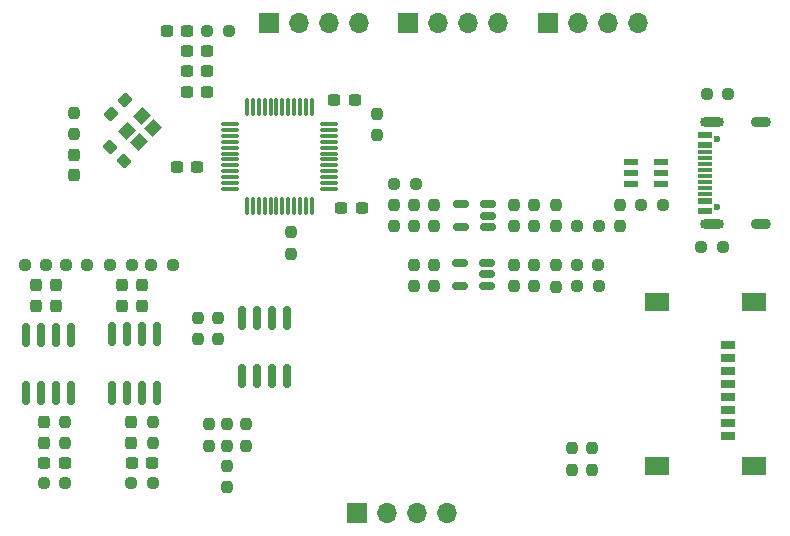
<source format=gbr>
%TF.GenerationSoftware,KiCad,Pcbnew,(6.0.4)*%
%TF.CreationDate,2023-01-30T14:26:25+01:00*%
%TF.ProjectId,Apollo - DSP,41706f6c-6c6f-4202-9d20-4453502e6b69,rev?*%
%TF.SameCoordinates,Original*%
%TF.FileFunction,Soldermask,Top*%
%TF.FilePolarity,Negative*%
%FSLAX46Y46*%
G04 Gerber Fmt 4.6, Leading zero omitted, Abs format (unit mm)*
G04 Created by KiCad (PCBNEW (6.0.4)) date 2023-01-30 14:26:25*
%MOMM*%
%LPD*%
G01*
G04 APERTURE LIST*
G04 Aperture macros list*
%AMRoundRect*
0 Rectangle with rounded corners*
0 $1 Rounding radius*
0 $2 $3 $4 $5 $6 $7 $8 $9 X,Y pos of 4 corners*
0 Add a 4 corners polygon primitive as box body*
4,1,4,$2,$3,$4,$5,$6,$7,$8,$9,$2,$3,0*
0 Add four circle primitives for the rounded corners*
1,1,$1+$1,$2,$3*
1,1,$1+$1,$4,$5*
1,1,$1+$1,$6,$7*
1,1,$1+$1,$8,$9*
0 Add four rect primitives between the rounded corners*
20,1,$1+$1,$2,$3,$4,$5,0*
20,1,$1+$1,$4,$5,$6,$7,0*
20,1,$1+$1,$6,$7,$8,$9,0*
20,1,$1+$1,$8,$9,$2,$3,0*%
%AMRotRect*
0 Rectangle, with rotation*
0 The origin of the aperture is its center*
0 $1 length*
0 $2 width*
0 $3 Rotation angle, in degrees counterclockwise*
0 Add horizontal line*
21,1,$1,$2,0,0,$3*%
G04 Aperture macros list end*
%ADD10RoundRect,0.237500X0.237500X-0.250000X0.237500X0.250000X-0.237500X0.250000X-0.237500X-0.250000X0*%
%ADD11RoundRect,0.237500X0.250000X0.237500X-0.250000X0.237500X-0.250000X-0.237500X0.250000X-0.237500X0*%
%ADD12RoundRect,0.237500X0.237500X-0.300000X0.237500X0.300000X-0.237500X0.300000X-0.237500X-0.300000X0*%
%ADD13RoundRect,0.237500X0.380070X-0.044194X-0.044194X0.380070X-0.380070X0.044194X0.044194X-0.380070X0*%
%ADD14RoundRect,0.237500X-0.237500X0.250000X-0.237500X-0.250000X0.237500X-0.250000X0.237500X0.250000X0*%
%ADD15RoundRect,0.237500X0.300000X0.237500X-0.300000X0.237500X-0.300000X-0.237500X0.300000X-0.237500X0*%
%ADD16RoundRect,0.237500X-0.250000X-0.237500X0.250000X-0.237500X0.250000X0.237500X-0.250000X0.237500X0*%
%ADD17RoundRect,0.237500X0.044194X0.380070X-0.380070X-0.044194X-0.044194X-0.380070X0.380070X0.044194X0*%
%ADD18RoundRect,0.150000X0.150000X-0.825000X0.150000X0.825000X-0.150000X0.825000X-0.150000X-0.825000X0*%
%ADD19RoundRect,0.237500X-0.300000X-0.237500X0.300000X-0.237500X0.300000X0.237500X-0.300000X0.237500X0*%
%ADD20C,0.600000*%
%ADD21R,1.160000X0.600000*%
%ADD22R,1.160000X0.300000*%
%ADD23O,1.700000X0.900000*%
%ADD24O,2.000000X0.900000*%
%ADD25R,1.700000X1.700000*%
%ADD26O,1.700000X1.700000*%
%ADD27RoundRect,0.150000X0.512500X0.150000X-0.512500X0.150000X-0.512500X-0.150000X0.512500X-0.150000X0*%
%ADD28RoundRect,0.041300X0.563700X0.253700X-0.563700X0.253700X-0.563700X-0.253700X0.563700X-0.253700X0*%
%ADD29RotRect,1.150000X1.000000X225.000000*%
%ADD30R,1.200000X0.800000*%
%ADD31R,2.000000X1.500000*%
%ADD32RoundRect,0.075000X-0.662500X-0.075000X0.662500X-0.075000X0.662500X0.075000X-0.662500X0.075000X0*%
%ADD33RoundRect,0.075000X-0.075000X-0.662500X0.075000X-0.662500X0.075000X0.662500X-0.075000X0.662500X0*%
%ADD34RoundRect,0.237500X0.237500X-0.287500X0.237500X0.287500X-0.237500X0.287500X-0.237500X-0.287500X0*%
G04 APERTURE END LIST*
D10*
%TO.C,C2*%
X103425000Y-98312500D03*
X103425000Y-96487500D03*
%TD*%
D11*
%TO.C,D1*%
X91537500Y-94712500D03*
X89712500Y-94712500D03*
%TD*%
D10*
%TO.C,C9*%
X103425000Y-103412500D03*
X103425000Y-101587500D03*
%TD*%
%TO.C,C1*%
X108825000Y-98312500D03*
X108825000Y-96487500D03*
%TD*%
D12*
%TO.C,C26*%
X67470000Y-116617500D03*
X67470000Y-114892500D03*
%TD*%
D13*
%TO.C,C21*%
X66833624Y-92796187D03*
X65613864Y-91576427D03*
%TD*%
D14*
%TO.C,C31*%
X104800000Y-117087500D03*
X104800000Y-118912500D03*
%TD*%
D11*
%TO.C,F1*%
X112437500Y-96500000D03*
X110612500Y-96500000D03*
%TD*%
D15*
%TO.C,C28*%
X61832500Y-118367500D03*
X60107500Y-118367500D03*
%TD*%
D10*
%TO.C,C23*%
X74000000Y-116912500D03*
X74000000Y-115087500D03*
%TD*%
D16*
%TO.C,R11*%
X60057500Y-120067500D03*
X61882500Y-120067500D03*
%TD*%
D11*
%TO.C,R8*%
X75725000Y-81800000D03*
X73900000Y-81800000D03*
%TD*%
%TO.C,FB1*%
X107037500Y-98300000D03*
X105212500Y-98300000D03*
%TD*%
D16*
%TO.C,D3*%
X65657500Y-101567500D03*
X67482500Y-101567500D03*
%TD*%
D14*
%TO.C,R1*%
X89725000Y-96500000D03*
X89725000Y-98325000D03*
%TD*%
D10*
%TO.C,C3*%
X101525000Y-98325000D03*
X101525000Y-96500000D03*
%TD*%
%TO.C,C12*%
X93125000Y-103400000D03*
X93125000Y-101575000D03*
%TD*%
D15*
%TO.C,C33*%
X69232500Y-118355000D03*
X67507500Y-118355000D03*
%TD*%
D10*
%TO.C,C7*%
X75600000Y-116912500D03*
X75600000Y-115087500D03*
%TD*%
D14*
%TO.C,C30*%
X106500000Y-117087500D03*
X106500000Y-118912500D03*
%TD*%
D17*
%TO.C,C20*%
X66933624Y-87576427D03*
X65713864Y-88796187D03*
%TD*%
D18*
%TO.C,U6*%
X58517500Y-112442500D03*
X59787500Y-112442500D03*
X61057500Y-112442500D03*
X62327500Y-112442500D03*
X62327500Y-107492500D03*
X61057500Y-107492500D03*
X59787500Y-107492500D03*
X58517500Y-107492500D03*
%TD*%
D19*
%TO.C,C14*%
X84637500Y-87600000D03*
X86362500Y-87600000D03*
%TD*%
D20*
%TO.C,J1*%
X117075000Y-90910000D03*
X117075000Y-96690000D03*
D21*
X116015000Y-97000000D03*
X116015000Y-96200000D03*
D22*
X116015000Y-95050000D03*
X116015000Y-94050000D03*
X116015000Y-93550000D03*
X116015000Y-92550000D03*
D21*
X116015000Y-91400000D03*
X116015000Y-90600000D03*
X116015000Y-90600000D03*
X116015000Y-91400000D03*
D22*
X116015000Y-92050000D03*
X116015000Y-93050000D03*
X116015000Y-94550000D03*
X116015000Y-95550000D03*
D21*
X116015000Y-96200000D03*
X116015000Y-97000000D03*
D23*
X120765000Y-89480000D03*
D24*
X116595000Y-89480000D03*
D23*
X120765000Y-98120000D03*
D24*
X116595000Y-98120000D03*
%TD*%
D15*
%TO.C,C17*%
X73862500Y-86900000D03*
X72137500Y-86900000D03*
%TD*%
%TO.C,C19*%
X73862500Y-85200000D03*
X72137500Y-85200000D03*
%TD*%
D14*
%TO.C,C35*%
X73080000Y-106060000D03*
X73080000Y-107885000D03*
%TD*%
D10*
%TO.C,C10*%
X99825000Y-103400000D03*
X99825000Y-101575000D03*
%TD*%
D25*
%TO.C,J5*%
X102700000Y-81100000D03*
D26*
X105240000Y-81100000D03*
X107780000Y-81100000D03*
X110320000Y-81100000D03*
%TD*%
D27*
%TO.C,U1*%
X97625000Y-98362500D03*
X97625000Y-97412500D03*
X97625000Y-96462500D03*
X95350000Y-96462500D03*
X95350000Y-98362500D03*
%TD*%
D10*
%TO.C,R5*%
X77200000Y-116912500D03*
X77200000Y-115087500D03*
%TD*%
D14*
%TO.C,R7*%
X62600000Y-88710000D03*
X62600000Y-90535000D03*
%TD*%
D10*
%TO.C,C11*%
X101525000Y-103400000D03*
X101525000Y-101575000D03*
%TD*%
D12*
%TO.C,C27*%
X60070000Y-116630000D03*
X60070000Y-114905000D03*
%TD*%
D25*
%TO.C,J6*%
X86600000Y-122600000D03*
D26*
X89140000Y-122600000D03*
X91680000Y-122600000D03*
X94220000Y-122600000D03*
%TD*%
D14*
%TO.C,R13*%
X88300000Y-88787500D03*
X88300000Y-90612500D03*
%TD*%
D16*
%TO.C,D6*%
X61922500Y-101567500D03*
X63747500Y-101567500D03*
%TD*%
D10*
%TO.C,C13*%
X91425000Y-103400000D03*
X91425000Y-101575000D03*
%TD*%
D12*
%TO.C,C29*%
X61122500Y-105030000D03*
X61122500Y-103305000D03*
%TD*%
D10*
%TO.C,C4*%
X99825000Y-98325000D03*
X99825000Y-96500000D03*
%TD*%
D28*
%TO.C,U2*%
X112280000Y-94750000D03*
X112280000Y-93800000D03*
X112280000Y-92850000D03*
X109770000Y-92850000D03*
X109770000Y-93800000D03*
X109770000Y-94750000D03*
%TD*%
D14*
%TO.C,R10*%
X61870000Y-114855000D03*
X61870000Y-116680000D03*
%TD*%
D16*
%TO.C,R12*%
X67457500Y-120055000D03*
X69282500Y-120055000D03*
%TD*%
D29*
%TO.C,Y1*%
X68347488Y-88972614D03*
X67110051Y-90210051D03*
X68100000Y-91200000D03*
X69337437Y-89962563D03*
%TD*%
D15*
%TO.C,C22*%
X72175000Y-81800000D03*
X70450000Y-81800000D03*
%TD*%
%TO.C,C15*%
X73062500Y-93300000D03*
X71337500Y-93300000D03*
%TD*%
D11*
%TO.C,R3*%
X118012500Y-87100000D03*
X116187500Y-87100000D03*
%TD*%
D12*
%TO.C,C25*%
X59422500Y-105030000D03*
X59422500Y-103305000D03*
%TD*%
D11*
%TO.C,R2*%
X117537500Y-100100000D03*
X115712500Y-100100000D03*
%TD*%
D14*
%TO.C,R6*%
X81000000Y-98797500D03*
X81000000Y-100622500D03*
%TD*%
D12*
%TO.C,C32*%
X68370000Y-105030000D03*
X68370000Y-103305000D03*
%TD*%
D11*
%TO.C,FB2*%
X107037500Y-103400000D03*
X105212500Y-103400000D03*
%TD*%
D16*
%TO.C,D4*%
X58422500Y-101567500D03*
X60247500Y-101567500D03*
%TD*%
D14*
%TO.C,R4*%
X75600000Y-118587500D03*
X75600000Y-120412500D03*
%TD*%
D30*
%TO.C,J3*%
X118000000Y-108400000D03*
X118000000Y-109500000D03*
X118000000Y-110600000D03*
X118000000Y-111700000D03*
X118000000Y-112800000D03*
X118000000Y-113900000D03*
X118000000Y-115000000D03*
X118000000Y-116100000D03*
D31*
X120200000Y-118570000D03*
X112000000Y-118570000D03*
X112000000Y-104680000D03*
X120200000Y-104680000D03*
%TD*%
D32*
%TO.C,U4*%
X75837500Y-89650000D03*
X75837500Y-90150000D03*
X75837500Y-90650000D03*
X75837500Y-91150000D03*
X75837500Y-91650000D03*
X75837500Y-92150000D03*
X75837500Y-92650000D03*
X75837500Y-93150000D03*
X75837500Y-93650000D03*
X75837500Y-94150000D03*
X75837500Y-94650000D03*
X75837500Y-95150000D03*
D33*
X77250000Y-96562500D03*
X77750000Y-96562500D03*
X78250000Y-96562500D03*
X78750000Y-96562500D03*
X79250000Y-96562500D03*
X79750000Y-96562500D03*
X80250000Y-96562500D03*
X80750000Y-96562500D03*
X81250000Y-96562500D03*
X81750000Y-96562500D03*
X82250000Y-96562500D03*
X82750000Y-96562500D03*
D32*
X84162500Y-95150000D03*
X84162500Y-94650000D03*
X84162500Y-94150000D03*
X84162500Y-93650000D03*
X84162500Y-93150000D03*
X84162500Y-92650000D03*
X84162500Y-92150000D03*
X84162500Y-91650000D03*
X84162500Y-91150000D03*
X84162500Y-90650000D03*
X84162500Y-90150000D03*
X84162500Y-89650000D03*
D33*
X82750000Y-88237500D03*
X82250000Y-88237500D03*
X81750000Y-88237500D03*
X81250000Y-88237500D03*
X80750000Y-88237500D03*
X80250000Y-88237500D03*
X79750000Y-88237500D03*
X79250000Y-88237500D03*
X78750000Y-88237500D03*
X78250000Y-88237500D03*
X77750000Y-88237500D03*
X77250000Y-88237500D03*
%TD*%
D25*
%TO.C,J4*%
X90920000Y-81100000D03*
D26*
X93460000Y-81100000D03*
X96000000Y-81100000D03*
X98540000Y-81100000D03*
%TD*%
D14*
%TO.C,R9*%
X69270000Y-114855000D03*
X69270000Y-116680000D03*
%TD*%
D10*
%TO.C,C5*%
X93125000Y-98325000D03*
X93125000Y-96500000D03*
%TD*%
D15*
%TO.C,C18*%
X73862500Y-83500000D03*
X72137500Y-83500000D03*
%TD*%
D18*
%TO.C,U7*%
X76795000Y-110997500D03*
X78065000Y-110997500D03*
X79335000Y-110997500D03*
X80605000Y-110997500D03*
X80605000Y-106047500D03*
X79335000Y-106047500D03*
X78065000Y-106047500D03*
X76795000Y-106047500D03*
%TD*%
D11*
%TO.C,C8*%
X107012500Y-101600000D03*
X105187500Y-101600000D03*
%TD*%
D16*
%TO.C,D5*%
X69157500Y-101567500D03*
X70982500Y-101567500D03*
%TD*%
D27*
%TO.C,U3*%
X97562500Y-103337500D03*
X97562500Y-102387500D03*
X97562500Y-101437500D03*
X95287500Y-101437500D03*
X95287500Y-103337500D03*
%TD*%
D14*
%TO.C,C34*%
X74780000Y-106060000D03*
X74780000Y-107885000D03*
%TD*%
D34*
%TO.C,D2*%
X62600000Y-93997500D03*
X62600000Y-92247500D03*
%TD*%
D25*
%TO.C,J2*%
X79100000Y-81100000D03*
D26*
X81640000Y-81100000D03*
X84180000Y-81100000D03*
X86720000Y-81100000D03*
%TD*%
D19*
%TO.C,C16*%
X85237500Y-96800000D03*
X86962500Y-96800000D03*
%TD*%
D18*
%TO.C,U5*%
X65830000Y-112405000D03*
X67100000Y-112405000D03*
X68370000Y-112405000D03*
X69640000Y-112405000D03*
X69640000Y-107455000D03*
X68370000Y-107455000D03*
X67100000Y-107455000D03*
X65830000Y-107455000D03*
%TD*%
D12*
%TO.C,C24*%
X66670000Y-105030000D03*
X66670000Y-103305000D03*
%TD*%
D10*
%TO.C,C6*%
X91425000Y-98325000D03*
X91425000Y-96500000D03*
%TD*%
M02*

</source>
